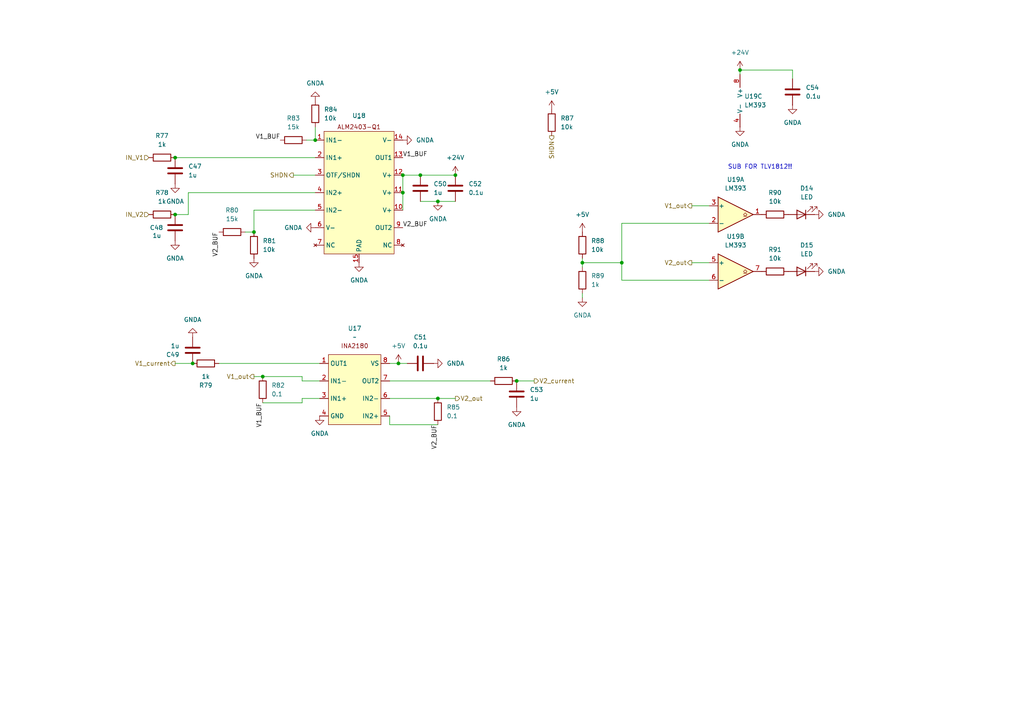
<source format=kicad_sch>
(kicad_sch (version 20231120) (generator "eeschema") (generator_version "8.0")
  (paper "A4")
  (lib_symbols
    (symbol "Comparator:LM393" (pin_names (offset 0.127))
      (property "Reference" "U" (at 3.81 3.81 0))
      (property "Value" "LM393" (at 6.35 -3.81 0))
      (symbol "LM393_1_1"
        (polyline (pts (xy -5.08 5.08) (xy 5.08 0) (xy -5.08 -5.08) (xy -5.08 5.08)) (stroke (width 0.254)) (fill (type background)))
        (polyline (pts (xy 3.302 -0.508) (xy 2.794 -0.508) (xy 3.302 0) (xy 2.794 0.508) (xy 2.286 0) (xy 2.794 -0.508) (xy 2.286 -0.508)) (stroke (width 0.127)))
        (pin open_collector line (at 7.62 0 180) (length 2.54) (name "~") (number "1"))
        (pin input line (at -7.62 -2.54 0) (length 2.54) (name "-") (number "2"))
        (pin input line (at -7.62 2.54 0) (length 2.54) (name "+") (number "3"))
      )
      (symbol "LM393_2_1"
        (polyline (pts (xy -5.08 5.08) (xy 5.08 0) (xy -5.08 -5.08) (xy -5.08 5.08)) (stroke (width 0.254)) (fill (type background)))
        (polyline (pts (xy 3.302 -0.508) (xy 2.794 -0.508) (xy 3.302 0) (xy 2.794 0.508) (xy 2.286 0) (xy 2.794 -0.508) (xy 2.286 -0.508)) (stroke (width 0.127)))
        (pin input line (at -7.62 2.54 0) (length 2.54) (name "+") (number "5"))
        (pin input line (at -7.62 -2.54 0) (length 2.54) (name "-") (number "6"))
        (pin open_collector line (at 7.62 0 180) (length 2.54) (name "~") (number "7"))
      )
      (symbol "LM393_3_1"
        (pin power_in line (at -2.54 -7.62 90) (length 3.81) (name "V-") (number "4"))
        (pin power_in line (at -2.54 7.62 270) (length 3.81) (name "V+") (number "8"))
      )
    )
    (symbol "Device:C" (pin_numbers hide) (pin_names (offset 0.254))
      (property "Reference" "C" (at 0.635 2.54 0))
      (property "Value" "C" (at 0.635 -2.54 0))
      (symbol "C_0_1"
        (polyline (pts (xy -2.032 -0.762) (xy 2.032 -0.762)) (stroke (width 0.508)))
        (polyline (pts (xy -2.032 0.762) (xy 2.032 0.762)) (stroke (width 0.508)))
      )
      (symbol "C_1_1"
        (pin passive line (at 0 3.81 270) (length 2.794) (name "~") (number "1"))
        (pin passive line (at 0 -3.81 90) (length 2.794) (name "~") (number "2"))
      )
    )
    (symbol "Device:LED" (pin_numbers hide) (pin_names (offset 1.016) hide)
      (property "Reference" "D" (at 0 2.54 0))
      (property "Value" "LED" (at 0 -2.54 0))
      (symbol "LED_0_1"
        (polyline (pts (xy -1.27 -1.27) (xy -1.27 1.27)) (stroke (width 0.254)))
        (polyline (pts (xy -1.27 0) (xy 1.27 0)))
        (polyline (pts (xy 1.27 -1.27) (xy 1.27 1.27) (xy -1.27 0) (xy 1.27 -1.27)) (stroke (width 0.254)))
        (polyline (pts (xy -3.048 -0.762) (xy -4.572 -2.286) (xy -3.81 -2.286) (xy -4.572 -2.286) (xy -4.572 -1.524)))
        (polyline (pts (xy -1.778 -0.762) (xy -3.302 -2.286) (xy -2.54 -2.286) (xy -3.302 -2.286) (xy -3.302 -1.524)))
      )
      (symbol "LED_1_1"
        (pin passive line (at -3.81 0 0) (length 2.54) (name "K") (number "1"))
        (pin passive line (at 3.81 0 180) (length 2.54) (name "A") (number "2"))
      )
    )
    (symbol "Device:R" (pin_numbers hide) (pin_names (offset 0))
      (property "Reference" "R" (at 2.032 0 90))
      (property "Value" "R" (at 0 0 90))
      (symbol "R_0_1"
        (rectangle (start -1.016 -2.54) (end 1.016 2.54) (stroke (width 0.254)))
      )
      (symbol "R_1_1"
        (pin passive line (at 0 3.81 270) (length 1.27) (name "~") (number "1"))
        (pin passive line (at 0 -3.81 90) (length 1.27) (name "~") (number "2"))
      )
    )
    (symbol "opamps:ALM2403-Q1"
      (property "Reference" "U" (at 0 10.668 0))
      (symbol "ALM2403-Q1_1_1"
        (rectangle (start -10.16 5.08) (end 10.16 -30.48) (fill (type background)))
        (text "ALM2403-Q1" (at 0 6.35 0) (effects (font (size 1.27 1.27))))
        (pin input line (at -12.7 2.54 0) (length 2.54) (name "IN1-") (number "1"))
        (pin power_in line (at 12.7 -17.78 180) (length 2.54) (name "V+") (number "10"))
        (pin power_in line (at 12.7 -12.7 180) (length 2.54) (name "V+") (number "11"))
        (pin power_in line (at 12.7 -7.62 180) (length 2.54) (name "V+") (number "12"))
        (pin output line (at 12.7 -2.54 180) (length 2.54) (name "OUT1") (number "13"))
        (pin power_in line (at 12.7 2.54 180) (length 2.54) (name "V-") (number "14"))
        (pin power_in line (at 0 -33.02 90) (length 2.54) (name "PAD") (number "15"))
        (pin input line (at -12.7 -2.54 0) (length 2.54) (name "IN1+") (number "2"))
        (pin output line (at -12.7 -7.62 0) (length 2.54) (name "OTF/SHDN") (number "3"))
        (pin input line (at -12.7 -12.7 0) (length 2.54) (name "IN2+") (number "4"))
        (pin input line (at -12.7 -17.78 0) (length 2.54) (name "IN2-") (number "5"))
        (pin power_in line (at -12.7 -22.86 0) (length 2.54) (name "V-") (number "6"))
        (pin no_connect line (at -12.7 -27.94 0) (length 2.54) (name "NC") (number "7"))
        (pin no_connect line (at 12.7 -27.94 180) (length 2.54) (name "NC") (number "8"))
        (pin output line (at 12.7 -22.86 180) (length 2.54) (name "OUT2") (number "9"))
      )
    )
    (symbol "opamps:INA2180A3"
      (property "Reference" "U" (at 0 8.382 0))
      (symbol "INA2180A3_1_1"
        (rectangle (start -7.62 3.81) (end 7.62 -16.51) (fill (type background)))
        (text "INA2180" (at 0 6.35 0) (effects (font (size 1.27 1.27))))
        (pin output line (at -10.16 1.27 0) (length 2.54) (name "OUT1") (number "1"))
        (pin input line (at -10.16 -3.81 0) (length 2.54) (name "IN1-") (number "2"))
        (pin input line (at -10.16 -8.89 0) (length 2.54) (name "IN1+") (number "3"))
        (pin power_in line (at -10.16 -13.97 0) (length 2.54) (name "GND") (number "4"))
        (pin input line (at 10.16 -13.97 180) (length 2.54) (name "IN2+") (number "5"))
        (pin input line (at 10.16 -8.89 180) (length 2.54) (name "IN2-") (number "6"))
        (pin output line (at 10.16 -3.81 180) (length 2.54) (name "OUT2") (number "7"))
        (pin power_in line (at 10.16 1.27 180) (length 2.54) (name "VS") (number "8"))
      )
    )
    (symbol "power:+24V" (power) (pin_numbers hide) (pin_names (offset 0) hide)
      (property "Value" "+24V" (at 0 3.556 0))
      (symbol "+24V_0_1"
        (polyline (pts (xy -0.762 1.27) (xy 0 2.54)))
        (polyline (pts (xy 0 0) (xy 0 2.54)))
        (polyline (pts (xy 0 2.54) (xy 0.762 1.27)))
      )
      (symbol "+24V_1_1"
        (pin power_in line (at 0 0 90) (length 0) (name "~") (number "1"))
      )
    )
    (symbol "power:+5V" (power) (pin_numbers hide) (pin_names (offset 0) hide)
      (property "Value" "+5V" (at 0 3.556 0))
      (symbol "+5V_0_1"
        (polyline (pts (xy -0.762 1.27) (xy 0 2.54)))
        (polyline (pts (xy 0 0) (xy 0 2.54)))
        (polyline (pts (xy 0 2.54) (xy 0.762 1.27)))
      )
      (symbol "+5V_1_1"
        (pin power_in line (at 0 0 90) (length 0) (name "~") (number "1"))
      )
    )
    (symbol "power:GNDA" (power) (pin_numbers hide) (pin_names (offset 0) hide)
      (property "Value" "GNDA" (at 0 -3.81 0))
      (symbol "GNDA_0_1"
        (polyline (pts (xy 0 0) (xy 0 -1.27) (xy 1.27 -1.27) (xy 0 -2.54) (xy -1.27 -1.27) (xy 0 -1.27)))
      )
      (symbol "GNDA_1_1"
        (pin power_in line (at 0 0 270) (length 0) (name "~") (number "1"))
      )
    )
  )
  (junction (at 50.8 45.72))
  (junction (at 121.92 50.8))
  (junction (at 214.63 20.32))
  (junction (at 115.57 105.41))
  (junction (at 116.84 50.8))
  (junction (at 168.91 76.2))
  (junction (at 180.34 76.2))
  (junction (at 55.88 105.41))
  (junction (at 50.8 62.23))
  (junction (at 116.84 55.88))
  (junction (at 149.86 110.49))
  (junction (at 132.08 50.8))
  (junction (at 127 115.57))
  (junction (at 127 58.42))
  (junction (at 91.44 40.64))
  (junction (at 76.2 109.22))
  (junction (at 73.66 67.31))
  (wire (pts (xy 73.66 60.96) (xy 91.44 60.96)))
  (wire (pts (xy 200.66 59.69) (xy 205.74 59.69)))
  (wire (pts (xy 92.71 105.41) (xy 63.5 105.41)))
  (wire (pts (xy 91.44 55.88) (xy 54.61 55.88)))
  (wire (pts (xy 73.66 109.22) (xy 76.2 109.22)))
  (wire (pts (xy 87.63 110.49) (xy 92.71 110.49)))
  (wire (pts (xy 87.63 116.84) (xy 87.63 115.57)))
  (wire (pts (xy 76.2 109.22) (xy 87.63 109.22)))
  (wire (pts (xy 50.8 45.72) (xy 91.44 45.72)))
  (wire (pts (xy 76.2 116.84) (xy 87.63 116.84)))
  (wire (pts (xy 115.57 105.41) (xy 113.03 105.41)))
  (wire (pts (xy 116.84 55.88) (xy 116.84 60.96)))
  (wire (pts (xy 113.03 115.57) (xy 127 115.57)))
  (wire (pts (xy 180.34 76.2) (xy 168.91 76.2)))
  (wire (pts (xy 71.12 67.31) (xy 73.66 67.31)))
  (wire (pts (xy 121.92 58.42) (xy 127 58.42)))
  (wire (pts (xy 127 58.42) (xy 132.08 58.42)))
  (wire (pts (xy 200.66 76.2) (xy 205.74 76.2)))
  (wire (pts (xy 214.63 20.32) (xy 214.63 21.59)))
  (wire (pts (xy 132.08 115.57) (xy 127 115.57)))
  (wire (pts (xy 116.84 50.8) (xy 116.84 55.88)))
  (wire (pts (xy 73.66 67.31) (xy 73.66 60.96)))
  (wire (pts (xy 168.91 74.93) (xy 168.91 76.2)))
  (wire (pts (xy 168.91 76.2) (xy 168.91 77.47)))
  (wire (pts (xy 214.63 20.32) (xy 229.87 20.32)))
  (wire (pts (xy 180.34 76.2) (xy 180.34 81.28)))
  (wire (pts (xy 118.11 105.41) (xy 115.57 105.41)))
  (wire (pts (xy 88.9 40.64) (xy 91.44 40.64)))
  (wire (pts (xy 55.88 105.41) (xy 50.8 105.41)))
  (wire (pts (xy 121.92 50.8) (xy 132.08 50.8)))
  (wire (pts (xy 54.61 55.88) (xy 54.61 62.23)))
  (wire (pts (xy 113.03 110.49) (xy 142.24 110.49)))
  (wire (pts (xy 50.8 62.23) (xy 54.61 62.23)))
  (wire (pts (xy 205.74 64.77) (xy 180.34 64.77)))
  (wire (pts (xy 149.86 110.49) (xy 154.94 110.49)))
  (wire (pts (xy 127 123.19) (xy 113.03 123.19)))
  (wire (pts (xy 180.34 81.28) (xy 205.74 81.28)))
  (wire (pts (xy 85.09 50.8) (xy 91.44 50.8)))
  (wire (pts (xy 91.44 36.83) (xy 91.44 40.64)))
  (wire (pts (xy 116.84 50.8) (xy 121.92 50.8)))
  (wire (pts (xy 87.63 109.22) (xy 87.63 110.49)))
  (wire (pts (xy 168.91 85.09) (xy 168.91 86.36)))
  (wire (pts (xy 87.63 115.57) (xy 92.71 115.57)))
  (wire (pts (xy 180.34 64.77) (xy 180.34 76.2)))
  (wire (pts (xy 229.87 20.32) (xy 229.87 22.86)))
  (wire (pts (xy 113.03 123.19) (xy 113.03 120.65)))
  (text "SUB FOR TLV1812!!" (at 220.472 48.514 0) (effects (font (size 1.27 1.27))))
  (label "V2_BUF" (at 127 123.19 270))
  (label "V1_BUF" (at 81.28 40.64 180))
  (label "V1_BUF" (at 76.2 116.84 270))
  (label "V2_BUF" (at 63.5 67.31 270))
  (label "V1_BUF" (at 116.84 45.72 0))
  (label "V2_BUF" (at 116.84 66.04 0))
  (hierarchical_label "SHDN" (shape output) (at 85.09 50.8 180))
  (hierarchical_label "V1_out" (shape output) (at 200.66 59.69 180))
  (hierarchical_label "V2_out" (shape output) (at 132.08 115.57 0))
  (hierarchical_label "IN_V1" (shape input) (at 43.18 45.72 180))
  (hierarchical_label "V1_current" (shape output) (at 50.8 105.41 180))
  (hierarchical_label "V2_out" (shape output) (at 200.66 76.2 180))
  (hierarchical_label "V1_out" (shape output) (at 73.66 109.22 180))
  (hierarchical_label "SHDN" (shape output) (at 160.02 39.37 270))
  (hierarchical_label "V2_current" (shape output) (at 154.94 110.49 0))
  (hierarchical_label "IN_V2" (shape input) (at 43.18 62.23 180))
  (symbol (lib_id "Device:LED") (at 232.41 78.74 180) (unit 1)
    (property "Reference" "D15" (at 233.9975 71.12 0))
    (property "Value" "LED" (at 233.9975 73.66 0))
    (property "Footprint" "LED_SMD:LED_0805_2012Metric" (effects (hide yes)))
    (property "Description" "Light emitting diode" (effects (hide yes)))
    (instances (project "multichannelheaterdriver_frontend" (path "" (reference "D15") (unit 1)) (path "" (reference "D5") (unit 1)) (path "" (reference "D19") (unit 1)) (path "" (reference "D7") (unit 1)) (path "" (reference "D9") (unit 1)) (path "" (reference "D17") (unit 1)) (path "" (reference "D13") (unit 1)) (path "" (reference "D11") (unit 1))))
  )
  (symbol (lib_id "Device:R") (at 224.79 78.74 90) (unit 1)
    (property "Reference" "R91" (at 224.79 72.39 90))
    (property "Value" "10k" (at 224.79 74.93 90))
    (property "Footprint" "Resistor_SMD:R_0603_1608Metric" (effects (hide yes)))
    (property "Description" "Resistor" (effects (hide yes)))
    (instances (project "multichannelheaterdriver_frontend" (path "" (reference "R91") (unit 1)) (path "" (reference "R16") (unit 1)) (path "" (reference "R121") (unit 1)) (path "" (reference "R31") (unit 1)) (path "" (reference "R46") (unit 1)) (path "" (reference "R106") (unit 1)) (path "" (reference "R76") (unit 1)) (path "" (reference "R61") (unit 1))))
  )
  (symbol (lib_id "power:GNDA") (at 214.63 36.83 0) (unit 1)
    (property "Reference" "#PWR0138" (effects (hide yes)))
    (property "Value" "GNDA" (at 214.63 41.91 0))
    (property "Description" "Power symbol creates a global label with name \"GNDA\" , analog ground" (effects (hide yes)))
    (instances (project "multichannelheaterdriver_frontend" (path "" (reference "#PWR0138") (unit 1)) (path "" (reference "#PWR028") (unit 1)) (path "" (reference "#PWR0182") (unit 1)) (path "" (reference "#PWR050") (unit 1)) (path "" (reference "#PWR072") (unit 1)) (path "" (reference "#PWR0160") (unit 1)) (path "" (reference "#PWR0116") (unit 1)) (path "" (reference "#PWR094") (unit 1))))
  )
  (symbol (lib_id "Device:C") (at 149.86 114.3 0) (unit 1)
    (property "Reference" "C53" (at 153.67 113.0299 0) (effects (justify left)))
    (property "Value" "1u" (at 153.67 115.5699 0) (effects (justify left)))
    (property "Footprint" "Capacitor_SMD:C_0603_1608Metric" (effects (hide yes)))
    (property "Description" "Unpolarized capacitor" (effects (hide yes)))
    (instances (project "multichannelheaterdriver_frontend" (path "" (reference "C53") (unit 1)) (path "" (reference "C13") (unit 1)) (path "" (reference "C69") (unit 1)) (path "" (reference "C21") (unit 1)) (path "" (reference "C29") (unit 1)) (path "" (reference "C61") (unit 1)) (path "" (reference "C45") (unit 1)) (path "" (reference "C37") (unit 1))))
  )
  (symbol (lib_id "Device:R") (at 59.69 105.41 270) (unit 1)
    (property "Reference" "R79" (at 59.69 111.76 90))
    (property "Value" "1k" (at 59.69 109.22 90))
    (property "Footprint" "Resistor_SMD:R_0603_1608Metric" (effects (hide yes)))
    (property "Description" "Resistor" (effects (hide yes)))
    (instances (project "multichannelheaterdriver_frontend" (path "" (reference "R79") (unit 1)) (path "" (reference "R4") (unit 1)) (path "" (reference "R109") (unit 1)) (path "" (reference "R19") (unit 1)) (path "" (reference "R34") (unit 1)) (path "" (reference "R94") (unit 1)) (path "" (reference "R64") (unit 1)) (path "" (reference "R49") (unit 1))))
  )
  (symbol (lib_id "power:GNDA") (at 236.22 62.23 90) (unit 1)
    (property "Reference" "#PWR0140" (effects (hide yes)))
    (property "Value" "GNDA" (at 240.03 62.2299 90) (effects (justify right)))
    (property "Description" "Power symbol creates a global label with name \"GNDA\" , analog ground" (effects (hide yes)))
    (instances (project "multichannelheaterdriver_frontend" (path "" (reference "#PWR0140") (unit 1)) (path "" (reference "#PWR030") (unit 1)) (path "" (reference "#PWR0184") (unit 1)) (path "" (reference "#PWR052") (unit 1)) (path "" (reference "#PWR074") (unit 1)) (path "" (reference "#PWR0162") (unit 1)) (path "" (reference "#PWR0118") (unit 1)) (path "" (reference "#PWR096") (unit 1))))
  )
  (symbol (lib_id "power:GNDA") (at 168.91 86.36 0) (unit 1)
    (property "Reference" "#PWR0136" (effects (hide yes)))
    (property "Value" "GNDA" (at 168.91 91.44 0))
    (property "Description" "Power symbol creates a global label with name \"GNDA\" , analog ground" (effects (hide yes)))
    (instances (project "multichannelheaterdriver_frontend" (path "" (reference "#PWR0136") (unit 1)) (path "" (reference "#PWR026") (unit 1)) (path "" (reference "#PWR0180") (unit 1)) (path "" (reference "#PWR048") (unit 1)) (path "" (reference "#PWR070") (unit 1)) (path "" (reference "#PWR0158") (unit 1)) (path "" (reference "#PWR0114") (unit 1)) (path "" (reference "#PWR092") (unit 1))))
  )
  (symbol (lib_id "Device:R") (at 76.2 113.03 0) (unit 1)
    (property "Reference" "R82" (at 78.74 111.7599 0) (effects (justify left)))
    (property "Value" "0.1" (at 78.74 114.2999 0) (effects (justify left)))
    (property "Footprint" "Resistor_SMD:R_0603_1608Metric" (effects (hide yes)))
    (property "Description" "Resistor" (effects (hide yes)))
    (instances (project "multichannelheaterdriver_frontend" (path "" (reference "R82") (unit 1)) (path "" (reference "R7") (unit 1)) (path "" (reference "R112") (unit 1)) (path "" (reference "R22") (unit 1)) (path "" (reference "R37") (unit 1)) (path "" (reference "R97") (unit 1)) (path "" (reference "R67") (unit 1)) (path "" (reference "R52") (unit 1))))
  )
  (symbol (lib_id "power:GNDA") (at 149.86 118.11 0) (unit 1)
    (property "Reference" "#PWR0133" (effects (hide yes)))
    (property "Value" "GNDA" (at 149.86 123.19 0))
    (property "Description" "Power symbol creates a global label with name \"GNDA\" , analog ground" (effects (hide yes)))
    (instances (project "multichannelheaterdriver_frontend" (path "" (reference "#PWR0133") (unit 1)) (path "" (reference "#PWR023") (unit 1)) (path "" (reference "#PWR0177") (unit 1)) (path "" (reference "#PWR045") (unit 1)) (path "" (reference "#PWR067") (unit 1)) (path "" (reference "#PWR0155") (unit 1)) (path "" (reference "#PWR0111") (unit 1)) (path "" (reference "#PWR089") (unit 1))))
  )
  (symbol (lib_id "power:GNDA") (at 91.44 66.04 270) (unit 1)
    (property "Reference" "#PWR0125" (effects (hide yes)))
    (property "Value" "GNDA" (at 87.63 66.0399 90) (effects (justify right)))
    (property "Description" "Power symbol creates a global label with name \"GNDA\" , analog ground" (effects (hide yes)))
    (instances (project "multichannelheaterdriver_frontend" (path "" (reference "#PWR0125") (unit 1)) (path "" (reference "#PWR015") (unit 1)) (path "" (reference "#PWR0169") (unit 1)) (path "" (reference "#PWR037") (unit 1)) (path "" (reference "#PWR059") (unit 1)) (path "" (reference "#PWR0147") (unit 1)) (path "" (reference "#PWR0103") (unit 1)) (path "" (reference "#PWR081") (unit 1))))
  )
  (symbol (lib_id "Device:R") (at 85.09 40.64 90) (unit 1)
    (property "Reference" "R83" (at 85.09 34.29 90))
    (property "Value" "15k" (at 85.09 36.83 90))
    (property "Footprint" "Resistor_SMD:R_0603_1608Metric" (effects (hide yes)))
    (property "Description" "Resistor" (effects (hide yes)))
    (instances (project "multichannelheaterdriver_frontend" (path "" (reference "R83") (unit 1)) (path "" (reference "R8") (unit 1)) (path "" (reference "R113") (unit 1)) (path "" (reference "R23") (unit 1)) (path "" (reference "R38") (unit 1)) (path "" (reference "R98") (unit 1)) (path "" (reference "R68") (unit 1)) (path "" (reference "R53") (unit 1))))
  )
  (symbol (lib_id "Device:R") (at 46.99 45.72 90) (unit 1)
    (property "Reference" "R77" (at 46.99 39.37 90))
    (property "Value" "1k" (at 46.99 41.91 90))
    (property "Footprint" "Resistor_SMD:R_0603_1608Metric" (effects (hide yes)))
    (property "Description" "Resistor" (effects (hide yes)))
    (instances (project "multichannelheaterdriver_frontend" (path "" (reference "R77") (unit 1)) (path "" (reference "R2") (unit 1)) (path "" (reference "R107") (unit 1)) (path "" (reference "R17") (unit 1)) (path "" (reference "R32") (unit 1)) (path "" (reference "R92") (unit 1)) (path "" (reference "R62") (unit 1)) (path "" (reference "R47") (unit 1))))
  )
  (symbol (lib_id "Device:R") (at 67.31 67.31 90) (unit 1)
    (property "Reference" "R80" (at 67.31 60.96 90))
    (property "Value" "15k" (at 67.31 63.5 90))
    (property "Footprint" "Resistor_SMD:R_0603_1608Metric" (effects (hide yes)))
    (property "Description" "Resistor" (effects (hide yes)))
    (instances (project "multichannelheaterdriver_frontend" (path "" (reference "R80") (unit 1)) (path "" (reference "R5") (unit 1)) (path "" (reference "R110") (unit 1)) (path "" (reference "R20") (unit 1)) (path "" (reference "R35") (unit 1)) (path "" (reference "R95") (unit 1)) (path "" (reference "R65") (unit 1)) (path "" (reference "R50") (unit 1))))
  )
  (symbol (lib_id "Device:R") (at 168.91 81.28 0) (unit 1)
    (property "Reference" "R89" (at 171.45 80.0099 0) (effects (justify left)))
    (property "Value" "1k" (at 171.45 82.5499 0) (effects (justify left)))
    (property "Footprint" "Resistor_SMD:R_0603_1608Metric" (effects (hide yes)))
    (property "Description" "Resistor" (effects (hide yes)))
    (instances (project "multichannelheaterdriver_frontend" (path "" (reference "R89") (unit 1)) (path "" (reference "R14") (unit 1)) (path "" (reference "R119") (unit 1)) (path "" (reference "R29") (unit 1)) (path "" (reference "R44") (unit 1)) (path "" (reference "R104") (unit 1)) (path "" (reference "R74") (unit 1)) (path "" (reference "R59") (unit 1))))
  )
  (symbol (lib_id "power:GNDA") (at 55.88 97.79 180) (unit 1)
    (property "Reference" "#PWR0122" (effects (hide yes)))
    (property "Value" "GNDA" (at 55.88 92.71 0))
    (property "Description" "Power symbol creates a global label with name \"GNDA\" , analog ground" (effects (hide yes)))
    (instances (project "multichannelheaterdriver_frontend" (path "" (reference "#PWR0122") (unit 1)) (path "" (reference "#PWR012") (unit 1)) (path "" (reference "#PWR0166") (unit 1)) (path "" (reference "#PWR034") (unit 1)) (path "" (reference "#PWR056") (unit 1)) (path "" (reference "#PWR0144") (unit 1)) (path "" (reference "#PWR0100") (unit 1)) (path "" (reference "#PWR078") (unit 1))))
  )
  (symbol (lib_id "Device:C") (at 132.08 54.61 0) (unit 1)
    (property "Reference" "C52" (at 135.89 53.3399 0) (effects (justify left)))
    (property "Value" "0.1u" (at 135.89 55.8799 0) (effects (justify left)))
    (property "Footprint" "Capacitor_SMD:C_0603_1608Metric" (effects (hide yes)))
    (property "Description" "Unpolarized capacitor" (effects (hide yes)))
    (instances (project "multichannelheaterdriver_frontend" (path "" (reference "C52") (unit 1)) (path "" (reference "C12") (unit 1)) (path "" (reference "C68") (unit 1)) (path "" (reference "C20") (unit 1)) (path "" (reference "C28") (unit 1)) (path "" (reference "C60") (unit 1)) (path "" (reference "C44") (unit 1)) (path "" (reference "C36") (unit 1))))
  )
  (symbol (lib_id "Device:C") (at 121.92 105.41 90) (unit 1)
    (property "Reference" "C51" (at 121.92 97.79 90))
    (property "Value" "0.1u" (at 121.92 100.33 90))
    (property "Footprint" "Capacitor_SMD:C_0603_1608Metric" (effects (hide yes)))
    (property "Description" "Unpolarized capacitor" (effects (hide yes)))
    (instances (project "multichannelheaterdriver_frontend" (path "" (reference "C51") (unit 1)) (path "" (reference "C11") (unit 1)) (path "" (reference "C67") (unit 1)) (path "" (reference "C19") (unit 1)) (path "" (reference "C27") (unit 1)) (path "" (reference "C59") (unit 1)) (path "" (reference "C43") (unit 1)) (path "" (reference "C35") (unit 1))))
  )
  (symbol (lib_id "power:GNDA") (at 236.22 78.74 90) (unit 1)
    (property "Reference" "#PWR0141" (effects (hide yes)))
    (property "Value" "GNDA" (at 240.03 78.7399 90) (effects (justify right)))
    (property "Description" "Power symbol creates a global label with name \"GNDA\" , analog ground" (effects (hide yes)))
    (instances (project "multichannelheaterdriver_frontend" (path "" (reference "#PWR0141") (unit 1)) (path "" (reference "#PWR031") (unit 1)) (path "" (reference "#PWR0185") (unit 1)) (path "" (reference "#PWR053") (unit 1)) (path "" (reference "#PWR075") (unit 1)) (path "" (reference "#PWR0163") (unit 1)) (path "" (reference "#PWR0119") (unit 1)) (path "" (reference "#PWR097") (unit 1))))
  )
  (symbol (lib_id "Device:R") (at 91.44 33.02 0) (unit 1)
    (property "Reference" "R84" (at 93.98 31.7499 0) (effects (justify left)))
    (property "Value" "10k" (at 93.98 34.2899 0) (effects (justify left)))
    (property "Footprint" "Resistor_SMD:R_0603_1608Metric" (effects (hide yes)))
    (property "Description" "Resistor" (effects (hide yes)))
    (instances (project "multichannelheaterdriver_frontend" (path "" (reference "R84") (unit 1)) (path "" (reference "R9") (unit 1)) (path "" (reference "R114") (unit 1)) (path "" (reference "R24") (unit 1)) (path "" (reference "R39") (unit 1)) (path "" (reference "R99") (unit 1)) (path "" (reference "R69") (unit 1)) (path "" (reference "R54") (unit 1))))
  )
  (symbol (lib_id "power:+24V") (at 214.63 20.32 0) (unit 1)
    (property "Reference" "#PWR0137" (effects (hide yes)))
    (property "Value" "+24V" (at 214.63 15.24 0))
    (property "Description" "Power symbol creates a global label with name \"+24V\"" (effects (hide yes)))
    (instances (project "multichannelheaterdriver_frontend" (path "" (reference "#PWR0137") (unit 1)) (path "" (reference "#PWR027") (unit 1)) (path "" (reference "#PWR0181") (unit 1)) (path "" (reference "#PWR049") (unit 1)) (path "" (reference "#PWR071") (unit 1)) (path "" (reference "#PWR0159") (unit 1)) (path "" (reference "#PWR0115") (unit 1)) (path "" (reference "#PWR093") (unit 1))))
  )
  (symbol (lib_id "Device:C") (at 55.88 101.6 180) (unit 1)
    (property "Reference" "C49" (at 52.07 102.8701 0) (effects (justify left)))
    (property "Value" "1u" (at 52.07 100.3301 0) (effects (justify left)))
    (property "Footprint" "Capacitor_SMD:C_0603_1608Metric" (effects (hide yes)))
    (property "Description" "Unpolarized capacitor" (effects (hide yes)))
    (instances (project "multichannelheaterdriver_frontend" (path "" (reference "C49") (unit 1)) (path "" (reference "C9") (unit 1)) (path "" (reference "C65") (unit 1)) (path "" (reference "C17") (unit 1)) (path "" (reference "C25") (unit 1)) (path "" (reference "C57") (unit 1)) (path "" (reference "C41") (unit 1)) (path "" (reference "C33") (unit 1))))
  )
  (symbol (lib_id "opamps:ALM2403-Q1") (at 104.14 43.18 0) (unit 1)
    (property "Reference" "U18" (at 104.14 33.528 0))
    (property "Value" "~" (at 104.14 34.29 0))
    (property "Footprint" "opamp_footprints:IC_TPS27S100BPWPR" (effects (hide yes)))
    (instances (project "multichannelheaterdriver_frontend" (path "" (reference "U18") (unit 1)) (path "" (reference "U3") (unit 1)) (path "" (reference "U24") (unit 1)) (path "" (reference "U6") (unit 1)) (path "" (reference "U9") (unit 1)) (path "" (reference "U21") (unit 1)) (path "" (reference "U15") (unit 1)) (path "" (reference "U12") (unit 1))))
  )
  (symbol (lib_id "Device:R") (at 160.02 35.56 0) (unit 1)
    (property "Reference" "R87" (at 162.56 34.2899 0) (effects (justify left)))
    (property "Value" "10k" (at 162.56 36.8299 0) (effects (justify left)))
    (property "Footprint" "Resistor_SMD:R_0603_1608Metric" (effects (hide yes)))
    (property "Description" "Resistor" (effects (hide yes)))
    (instances (project "multichannelheaterdriver_frontend" (path "" (reference "R87") (unit 1)) (path "" (reference "R12") (unit 1)) (path "" (reference "R117") (unit 1)) (path "" (reference "R27") (unit 1)) (path "" (reference "R42") (unit 1)) (path "" (reference "R102") (unit 1)) (path "" (reference "R72") (unit 1)) (path "" (reference "R57") (unit 1))))
  )
  (symbol (lib_id "power:GNDA") (at 50.8 53.34 0) (unit 1)
    (property "Reference" "#PWR0143" (effects (hide yes)))
    (property "Value" "GNDA" (at 50.8 58.42 0))
    (property "Description" "Power symbol creates a global label with name \"GNDA\" , analog ground" (effects (hide yes)))
    (instances (project "multichannelheaterdriver_frontend" (path "" (reference "#PWR0143") (unit 1)) (path "" (reference "#PWR098") (unit 1)) (path "" (reference "#PWR0165") (unit 1)) (path "" (reference "#PWR099") (unit 1)) (path "" (reference "#PWR0120") (unit 1)) (path "" (reference "#PWR0164") (unit 1)) (path "" (reference "#PWR0142") (unit 1)) (path "" (reference "#PWR0121") (unit 1))))
  )
  (symbol (lib_id "power:GNDA") (at 125.73 105.41 90) (unit 1)
    (property "Reference" "#PWR0130" (effects (hide yes)))
    (property "Value" "GNDA" (at 129.54 105.4099 90) (effects (justify right)))
    (property "Description" "Power symbol creates a global label with name \"GNDA\" , analog ground" (effects (hide yes)))
    (instances (project "multichannelheaterdriver_frontend" (path "" (reference "#PWR0130") (unit 1)) (path "" (reference "#PWR020") (unit 1)) (path "" (reference "#PWR0174") (unit 1)) (path "" (reference "#PWR042") (unit 1)) (path "" (reference "#PWR064") (unit 1)) (path "" (reference "#PWR0152") (unit 1)) (path "" (reference "#PWR0108") (unit 1)) (path "" (reference "#PWR086") (unit 1))))
  )
  (symbol (lib_id "Device:R") (at 224.79 62.23 90) (unit 1)
    (property "Reference" "R90" (at 224.79 55.88 90))
    (property "Value" "10k" (at 224.79 58.42 90))
    (property "Footprint" "Resistor_SMD:R_0603_1608Metric" (effects (hide yes)))
    (property "Description" "Resistor" (effects (hide yes)))
    (instances (project "multichannelheaterdriver_frontend" (path "" (reference "R90") (unit 1)) (path "" (reference "R15") (unit 1)) (path "" (reference "R120") (unit 1)) (path "" (reference "R30") (unit 1)) (path "" (reference "R45") (unit 1)) (path "" (reference "R105") (unit 1)) (path "" (reference "R75") (unit 1)) (path "" (reference "R60") (unit 1))))
  )
  (symbol (lib_id "Device:C") (at 50.8 66.04 0) (unit 1)
    (property "Reference" "C48" (at 43.434 66.04 0) (effects (justify left)))
    (property "Value" "1u" (at 44.196 68.326 0) (effects (justify left)))
    (property "Footprint" "Capacitor_SMD:C_0603_1608Metric" (effects (hide yes)))
    (property "Description" "Unpolarized capacitor" (effects (hide yes)))
    (instances (project "multichannelheaterdriver_frontend" (path "" (reference "C48") (unit 1)) (path "" (reference "C8") (unit 1)) (path "" (reference "C64") (unit 1)) (path "" (reference "C16") (unit 1)) (path "" (reference "C24") (unit 1)) (path "" (reference "C56") (unit 1)) (path "" (reference "C40") (unit 1)) (path "" (reference "C32") (unit 1))))
  )
  (symbol (lib_id "Device:R") (at 73.66 71.12 0) (unit 1)
    (property "Reference" "R81" (at 76.2 69.8499 0) (effects (justify left)))
    (property "Value" "10k" (at 76.2 72.3899 0) (effects (justify left)))
    (property "Footprint" "Resistor_SMD:R_0603_1608Metric" (effects (hide yes)))
    (property "Description" "Resistor" (effects (hide yes)))
    (instances (project "multichannelheaterdriver_frontend" (path "" (reference "R81") (unit 1)) (path "" (reference "R6") (unit 1)) (path "" (reference "R111") (unit 1)) (path "" (reference "R21") (unit 1)) (path "" (reference "R36") (unit 1)) (path "" (reference "R96") (unit 1)) (path "" (reference "R66") (unit 1)) (path "" (reference "R51") (unit 1))))
  )
  (symbol (lib_id "opamps:INA2180A3") (at 102.87 106.68 0) (unit 1)
    (property "Reference" "U17" (at 102.87 95.25 0))
    (property "Value" "~" (at 102.87 97.79 0))
    (property "Footprint" "Package_SO:VSSOP-8_3x3mm_P0.65mm" (effects (hide yes)))
    (instances (project "multichannelheaterdriver_frontend" (path "" (reference "U17") (unit 1)) (path "" (reference "U2") (unit 1)) (path "" (reference "U23") (unit 1)) (path "" (reference "U5") (unit 1)) (path "" (reference "U8") (unit 1)) (path "" (reference "U20") (unit 1)) (path "" (reference "U14") (unit 1)) (path "" (reference "U11") (unit 1))))
  )
  (symbol (lib_id "Device:C") (at 50.8 49.53 0) (unit 1)
    (property "Reference" "C47" (at 54.61 48.2599 0) (effects (justify left)))
    (property "Value" "1u" (at 54.61 50.7999 0) (effects (justify left)))
    (property "Footprint" "Capacitor_SMD:C_0603_1608Metric" (effects (hide yes)))
    (property "Description" "Unpolarized capacitor" (effects (hide yes)))
    (instances (project "multichannelheaterdriver_frontend" (path "" (reference "C47") (unit 1)) (path "" (reference "C7") (unit 1)) (path "" (reference "C63") (unit 1)) (path "" (reference "C15") (unit 1)) (path "" (reference "C23") (unit 1)) (path "" (reference "C55") (unit 1)) (path "" (reference "C39") (unit 1)) (path "" (reference "C31") (unit 1))))
  )
  (symbol (lib_id "Device:C") (at 229.87 26.67 0) (unit 1)
    (property "Reference" "C54" (at 233.68 25.3999 0) (effects (justify left)))
    (property "Value" "0.1u" (at 233.68 27.9399 0) (effects (justify left)))
    (property "Footprint" "Capacitor_SMD:C_0603_1608Metric" (effects (hide yes)))
    (property "Description" "Unpolarized capacitor" (effects (hide yes)))
    (instances (project "multichannelheaterdriver_frontend" (path "" (reference "C54") (unit 1)) (path "" (reference "C14") (unit 1)) (path "" (reference "C70") (unit 1)) (path "" (reference "C22") (unit 1)) (path "" (reference "C30") (unit 1)) (path "" (reference "C62") (unit 1)) (path "" (reference "C46") (unit 1)) (path "" (reference "C38") (unit 1))))
  )
  (symbol (lib_id "power:GNDA") (at 104.14 76.2 0) (unit 1)
    (property "Reference" "#PWR0127" (effects (hide yes)))
    (property "Value" "GNDA" (at 104.14 81.28 0))
    (property "Description" "Power symbol creates a global label with name \"GNDA\" , analog ground" (effects (hide yes)))
    (instances (project "multichannelheaterdriver_frontend" (path "" (reference "#PWR0127") (unit 1)) (path "" (reference "#PWR017") (unit 1)) (path "" (reference "#PWR0171") (unit 1)) (path "" (reference "#PWR039") (unit 1)) (path "" (reference "#PWR061") (unit 1)) (path "" (reference "#PWR0149") (unit 1)) (path "" (reference "#PWR0105") (unit 1)) (path "" (reference "#PWR083") (unit 1))))
  )
  (symbol (lib_id "power:GNDA") (at 127 58.42 0) (unit 1)
    (property "Reference" "#PWR0131" (effects (hide yes)))
    (property "Value" "GNDA" (at 127 63.5 0))
    (property "Description" "Power symbol creates a global label with name \"GNDA\" , analog ground" (effects (hide yes)))
    (instances (project "multichannelheaterdriver_frontend" (path "" (reference "#PWR0131") (unit 1)) (path "" (reference "#PWR021") (unit 1)) (path "" (reference "#PWR0175") (unit 1)) (path "" (reference "#PWR043") (unit 1)) (path "" (reference "#PWR065") (unit 1)) (path "" (reference "#PWR0153") (unit 1)) (path "" (reference "#PWR0109") (unit 1)) (path "" (reference "#PWR087") (unit 1))))
  )
  (symbol (lib_id "power:GNDA") (at 92.71 120.65 0) (unit 1)
    (property "Reference" "#PWR0126" (effects (hide yes)))
    (property "Value" "GNDA" (at 92.71 125.73 0))
    (property "Description" "Power symbol creates a global label with name \"GNDA\" , analog ground" (effects (hide yes)))
    (instances (project "multichannelheaterdriver_frontend" (path "" (reference "#PWR0126") (unit 1)) (path "" (reference "#PWR016") (unit 1)) (path "" (reference "#PWR0170") (unit 1)) (path "" (reference "#PWR038") (unit 1)) (path "" (reference "#PWR060") (unit 1)) (path "" (reference "#PWR0148") (unit 1)) (path "" (reference "#PWR0104") (unit 1)) (path "" (reference "#PWR082") (unit 1))))
  )
  (symbol (lib_id "Device:R") (at 146.05 110.49 90) (unit 1)
    (property "Reference" "R86" (at 146.05 104.14 90))
    (property "Value" "1k" (at 146.05 106.68 90))
    (property "Footprint" "Resistor_SMD:R_0603_1608Metric" (effects (hide yes)))
    (property "Description" "Resistor" (effects (hide yes)))
    (instances (project "multichannelheaterdriver_frontend" (path "" (reference "R86") (unit 1)) (path "" (reference "R11") (unit 1)) (path "" (reference "R116") (unit 1)) (path "" (reference "R26") (unit 1)) (path "" (reference "R41") (unit 1)) (path "" (reference "R101") (unit 1)) (path "" (reference "R71") (unit 1)) (path "" (reference "R56") (unit 1))))
  )
  (symbol (lib_id "Comparator:LM393") (at 213.36 62.23 0) (unit 1)
    (property "Reference" "U19" (at 213.36 52.07 0))
    (property "Value" "LM393" (at 213.36 54.61 0))
    (property "Footprint" "Package_SO:SOIC-8_3.9x4.9mm_P1.27mm" (effects (hide yes)))
    (property "Datasheet" "http://www.ti.com/lit/ds/symlink/lm393.pdf" (effects (hide yes)))
    (property "Description" "Low-Power, Low-Offset Voltage, Dual Comparators, DIP-8/SOIC-8/TO-99-8" (effects (hide yes)))
    (instances (project "multichannelheaterdriver_frontend" (path "" (reference "U19") (unit 1)) (path "" (reference "U4") (unit 1)) (path "" (reference "U25") (unit 1)) (path "" (reference "U7") (unit 1)) (path "" (reference "U10") (unit 1)) (path "" (reference "U22") (unit 1)) (path "" (reference "U16") (unit 1)) (path "" (reference "U13") (unit 1))))
  )
  (symbol (lib_id "power:+5V") (at 168.91 67.31 0) (unit 1)
    (property "Reference" "#PWR0135" (effects (hide yes)))
    (property "Value" "+5V" (at 168.91 62.23 0))
    (property "Description" "Power symbol creates a global label with name \"+5V\"" (effects (hide yes)))
    (instances (project "multichannelheaterdriver_frontend" (path "" (reference "#PWR0135") (unit 1)) (path "" (reference "#PWR025") (unit 1)) (path "" (reference "#PWR0179") (unit 1)) (path "" (reference "#PWR047") (unit 1)) (path "" (reference "#PWR069") (unit 1)) (path "" (reference "#PWR0157") (unit 1)) (path "" (reference "#PWR0113") (unit 1)) (path "" (reference "#PWR091") (unit 1))))
  )
  (symbol (lib_id "power:+24V") (at 132.08 50.8 0) (unit 1)
    (property "Reference" "#PWR0132" (effects (hide yes)))
    (property "Value" "+24V" (at 132.08 45.72 0))
    (property "Description" "Power symbol creates a global label with name \"+24V\"" (effects (hide yes)))
    (instances (project "multichannelheaterdriver_frontend" (path "" (reference "#PWR0132") (unit 1)) (path "" (reference "#PWR022") (unit 1)) (path "" (reference "#PWR0176") (unit 1)) (path "" (reference "#PWR044") (unit 1)) (path "" (reference "#PWR066") (unit 1)) (path "" (reference "#PWR0154") (unit 1)) (path "" (reference "#PWR0110") (unit 1)) (path "" (reference "#PWR088") (unit 1))))
  )
  (symbol (lib_id "Device:R") (at 168.91 71.12 0) (unit 1)
    (property "Reference" "R88" (at 171.45 69.8499 0) (effects (justify left)))
    (property "Value" "10k" (at 171.45 72.3899 0) (effects (justify left)))
    (property "Footprint" "Resistor_SMD:R_0603_1608Metric" (effects (hide yes)))
    (property "Description" "Resistor" (effects (hide yes)))
    (instances (project "multichannelheaterdriver_frontend" (path "" (reference "R88") (unit 1)) (path "" (reference "R13") (unit 1)) (path "" (reference "R118") (unit 1)) (path "" (reference "R28") (unit 1)) (path "" (reference "R43") (unit 1)) (path "" (reference "R103") (unit 1)) (path "" (reference "R73") (unit 1)) (path "" (reference "R58") (unit 1))))
  )
  (symbol (lib_id "Device:R") (at 127 119.38 0) (unit 1)
    (property "Reference" "R85" (at 129.54 118.1099 0) (effects (justify left)))
    (property "Value" "0.1" (at 129.54 120.6499 0) (effects (justify left)))
    (property "Footprint" "Resistor_SMD:R_0603_1608Metric" (effects (hide yes)))
    (property "Description" "Resistor" (effects (hide yes)))
    (instances (project "multichannelheaterdriver_frontend" (path "" (reference "R85") (unit 1)) (path "" (reference "R10") (unit 1)) (path "" (reference "R115") (unit 1)) (path "" (reference "R25") (unit 1)) (path "" (reference "R40") (unit 1)) (path "" (reference "R100") (unit 1)) (path "" (reference "R70") (unit 1)) (path "" (reference "R55") (unit 1))))
  )
  (symbol (lib_id "power:GNDA") (at 229.87 30.48 0) (unit 1)
    (property "Reference" "#PWR0139" (effects (hide yes)))
    (property "Value" "GNDA" (at 229.87 35.56 0))
    (property "Description" "Power symbol creates a global label with name \"GNDA\" , analog ground" (effects (hide yes)))
    (instances (project "multichannelheaterdriver_frontend" (path "" (reference "#PWR0139") (unit 1)) (path "" (reference "#PWR029") (unit 1)) (path "" (reference "#PWR0183") (unit 1)) (path "" (reference "#PWR051") (unit 1)) (path "" (reference "#PWR073") (unit 1)) (path "" (reference "#PWR0161") (unit 1)) (path "" (reference "#PWR0117") (unit 1)) (path "" (reference "#PWR095") (unit 1))))
  )
  (symbol (lib_id "power:GNDA") (at 50.8 69.85 0) (unit 1)
    (property "Reference" "#PWR055" (effects (hide yes)))
    (property "Value" "GNDA" (at 50.8 74.93 0))
    (property "Description" "Power symbol creates a global label with name \"GNDA\" , analog ground" (effects (hide yes)))
    (instances (project "multichannelheaterdriver_frontend" (path "" (reference "#PWR055") (unit 1)) (path "" (reference "#PWR010") (unit 1)) (path "" (reference "#PWR077") (unit 1)) (path "" (reference "#PWR011") (unit 1)) (path "" (reference "#PWR032") (unit 1)) (path "" (reference "#PWR076") (unit 1)) (path "" (reference "#PWR054") (unit 1)) (path "" (reference "#PWR033") (unit 1))))
  )
  (symbol (lib_id "Device:C") (at 121.92 54.61 0) (unit 1)
    (property "Reference" "C50" (at 125.73 53.3399 0) (effects (justify left)))
    (property "Value" "1u" (at 125.73 55.8799 0) (effects (justify left)))
    (property "Footprint" "Capacitor_SMD:C_0603_1608Metric" (effects (hide yes)))
    (property "Description" "Unpolarized capacitor" (effects (hide yes)))
    (instances (project "multichannelheaterdriver_frontend" (path "" (reference "C50") (unit 1)) (path "" (reference "C10") (unit 1)) (path "" (reference "C66") (unit 1)) (path "" (reference "C18") (unit 1)) (path "" (reference "C26") (unit 1)) (path "" (reference "C58") (unit 1)) (path "" (reference "C42") (unit 1)) (path "" (reference "C34") (unit 1))))
  )
  (symbol (lib_id "Comparator:LM393") (at 217.17 29.21 0) (unit 3)
    (property "Reference" "U19" (at 215.9 27.9399 0) (effects (justify left)))
    (property "Value" "LM393" (at 215.9 30.4799 0) (effects (justify left)))
    (property "Footprint" "Package_SO:SOIC-8_3.9x4.9mm_P1.27mm" (effects (hide yes)))
    (property "Datasheet" "http://www.ti.com/lit/ds/symlink/lm393.pdf" (effects (hide yes)))
    (property "Description" "Low-Power, Low-Offset Voltage, Dual Comparators, DIP-8/SOIC-8/TO-99-8" (effects (hide yes)))
    (instances (project "multichannelheaterdriver_frontend" (path "" (reference "U19") (unit 3)) (path "" (reference "U4") (unit 3)) (path "" (reference "U25") (unit 3)) (path "" (reference "U7") (unit 3)) (path "" (reference "U10") (unit 3)) (path "" (reference "U22") (unit 3)) (path "" (reference "U16") (unit 3)) (path "" (reference "U13") (unit 3))))
  )
  (symbol (lib_id "power:+5V") (at 160.02 31.75 0) (unit 1)
    (property "Reference" "#PWR0134" (effects (hide yes)))
    (property "Value" "+5V" (at 160.02 26.67 0))
    (property "Description" "Power symbol creates a global label with name \"+5V\"" (effects (hide yes)))
    (instances (project "multichannelheaterdriver_frontend" (path "" (reference "#PWR0134") (unit 1)) (path "" (reference "#PWR024") (unit 1)) (path "" (reference "#PWR0178") (unit 1)) (path "" (reference "#PWR046") (unit 1)) (path "" (reference "#PWR068") (unit 1)) (path "" (reference "#PWR0156") (unit 1)) (path "" (reference "#PWR0112") (unit 1)) (path "" (reference "#PWR090") (unit 1))))
  )
  (symbol (lib_id "Device:LED") (at 232.41 62.23 180) (unit 1)
    (property "Reference" "D14" (at 233.9975 54.61 0))
    (property "Value" "LED" (at 233.9975 57.15 0))
    (property "Footprint" "LED_SMD:LED_0805_2012Metric" (effects (hide yes)))
    (property "Description" "Light emitting diode" (effects (hide yes)))
    (instances (project "multichannelheaterdriver_frontend" (path "" (reference "D14") (unit 1)) (path "" (reference "D4") (unit 1)) (path "" (reference "D18") (unit 1)) (path "" (reference "D6") (unit 1)) (path "" (reference "D8") (unit 1)) (path "" (reference "D16") (unit 1)) (path "" (reference "D12") (unit 1)) (path "" (reference "D10") (unit 1))))
  )
  (symbol (lib_id "Comparator:LM393") (at 213.36 78.74 0) (unit 2)
    (property "Reference" "U19" (at 213.36 68.58 0))
    (property "Value" "LM393" (at 213.36 71.12 0))
    (property "Footprint" "Package_SO:SOIC-8_3.9x4.9mm_P1.27mm" (effects (hide yes)))
    (property "Datasheet" "http://www.ti.com/lit/ds/symlink/lm393.pdf" (effects (hide yes)))
    (property "Description" "Low-Power, Low-Offset Voltage, Dual Comparators, DIP-8/SOIC-8/TO-99-8" (effects (hide yes)))
    (instances (project "multichannelheaterdriver_frontend" (path "" (reference "U19") (unit 2)) (path "" (reference "U4") (unit 2)) (path "" (reference "U25") (unit 2)) (path "" (reference "U7") (unit 2)) (path "" (reference "U10") (unit 2)) (path "" (reference "U22") (unit 2)) (path "" (reference "U16") (unit 2)) (path "" (reference "U13") (unit 2))))
  )
  (symbol (lib_id "power:GNDA") (at 73.66 74.93 0) (unit 1)
    (property "Reference" "#PWR0123" (effects (hide yes)))
    (property "Value" "GNDA" (at 73.66 80.01 0))
    (property "Description" "Power symbol creates a global label with name \"GNDA\" , analog ground" (effects (hide yes)))
    (instances (project "multichannelheaterdriver_frontend" (path "" (reference "#PWR0123") (unit 1)) (path "" (reference "#PWR013") (unit 1)) (path "" (reference "#PWR0167") (unit 1)) (path "" (reference "#PWR035") (unit 1)) (path "" (reference "#PWR057") (unit 1)) (path "" (reference "#PWR0145") (unit 1)) (path "" (reference "#PWR0101") (unit 1)) (path "" (reference "#PWR079") (unit 1))))
  )
  (symbol (lib_id "power:GNDA") (at 91.44 29.21 180) (unit 1)
    (property "Reference" "#PWR0124" (effects (hide yes)))
    (property "Value" "GNDA" (at 91.44 24.13 0))
    (property "Description" "Power symbol creates a global label with name \"GNDA\" , analog ground" (effects (hide yes)))
    (instances (project "multichannelheaterdriver_frontend" (path "" (reference "#PWR0124") (unit 1)) (path "" (reference "#PWR014") (unit 1)) (path "" (reference "#PWR0168") (unit 1)) (path "" (reference "#PWR036") (unit 1)) (path "" (reference "#PWR058") (unit 1)) (path "" (reference "#PWR0146") (unit 1)) (path "" (reference "#PWR0102") (unit 1)) (path "" (reference "#PWR080") (unit 1))))
  )
  (symbol (lib_id "Device:R") (at 46.99 62.23 90) (unit 1)
    (property "Reference" "R78" (at 46.99 55.88 90))
    (property "Value" "1k" (at 46.99 58.42 90))
    (property "Footprint" "Resistor_SMD:R_0603_1608Metric" (effects (hide yes)))
    (property "Description" "Resistor" (effects (hide yes)))
    (instances (project "multichannelheaterdriver_frontend" (path "" (reference "R78") (unit 1)) (path "" (reference "R3") (unit 1)) (path "" (reference "R108") (unit 1)) (path "" (reference "R18") (unit 1)) (path "" (reference "R33") (unit 1)) (path "" (reference "R93") (unit 1)) (path "" (reference "R63") (unit 1)) (path "" (reference "R48") (unit 1))))
  )
  (symbol (lib_id "power:GNDA") (at 116.84 40.64 90) (unit 1)
    (property "Reference" "#PWR0129" (effects (hide yes)))
    (property "Value" "GNDA" (at 120.65 40.6399 90) (effects (justify right)))
    (property "Description" "Power symbol creates a global label with name \"GNDA\" , analog ground" (effects (hide yes)))
    (instances (project "multichannelheaterdriver_frontend" (path "" (reference "#PWR0129") (unit 1)) (path "" (reference "#PWR019") (unit 1)) (path "" (reference "#PWR0173") (unit 1)) (path "" (reference "#PWR041") (unit 1)) (path "" (reference "#PWR063") (unit 1)) (path "" (reference "#PWR0151") (unit 1)) (path "" (reference "#PWR0107") (unit 1)) (path "" (reference "#PWR085") (unit 1))))
  )
  (symbol (lib_id "power:+5V") (at 115.57 105.41 0) (unit 1)
    (property "Reference" "#PWR0128" (effects (hide yes)))
    (property "Value" "+5V" (at 115.57 100.33 0))
    (property "Description" "Power symbol creates a global label with name \"+5V\"" (effects (hide yes)))
    (instances (project "multichannelheaterdriver_frontend" (path "" (reference "#PWR0128") (unit 1)) (path "" (reference "#PWR018") (unit 1)) (path "" (reference "#PWR0172") (unit 1)) (path "" (reference "#PWR040") (unit 1)) (path "" (reference "#PWR062") (unit 1)) (path "" (reference "#PWR0150") (unit 1)) (path "" (reference "#PWR0106") (unit 1)) (path "" (reference "#PWR084") (unit 1))))
  )
)
</source>
